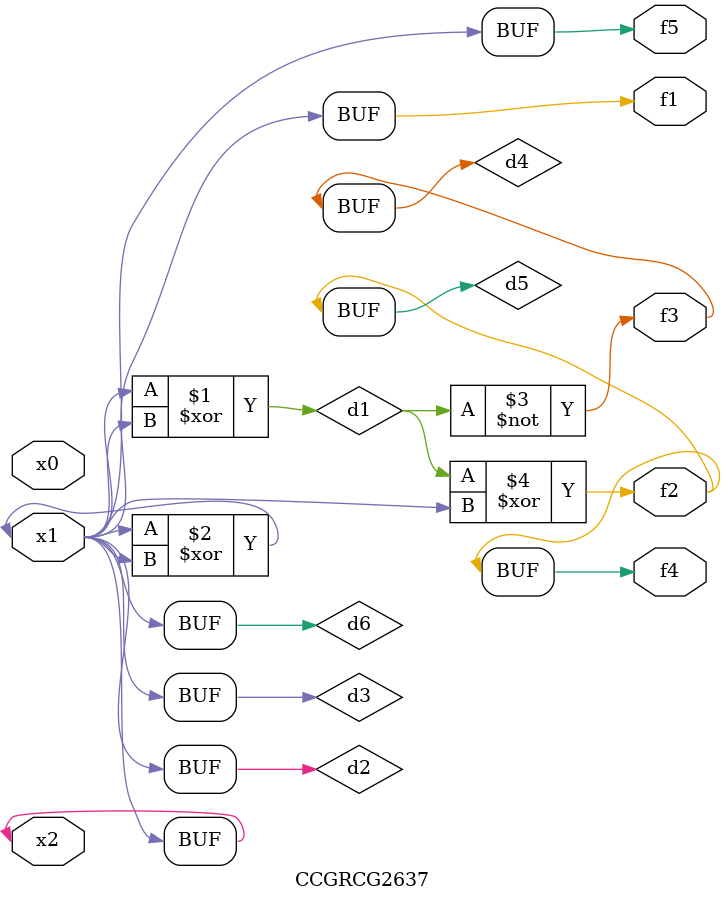
<source format=v>
module CCGRCG2637(
	input x0, x1, x2,
	output f1, f2, f3, f4, f5
);

	wire d1, d2, d3, d4, d5, d6;

	xor (d1, x1, x2);
	buf (d2, x1, x2);
	xor (d3, x1, x2);
	nor (d4, d1);
	xor (d5, d1, d2);
	buf (d6, d2, d3);
	assign f1 = d6;
	assign f2 = d5;
	assign f3 = d4;
	assign f4 = d5;
	assign f5 = d6;
endmodule

</source>
